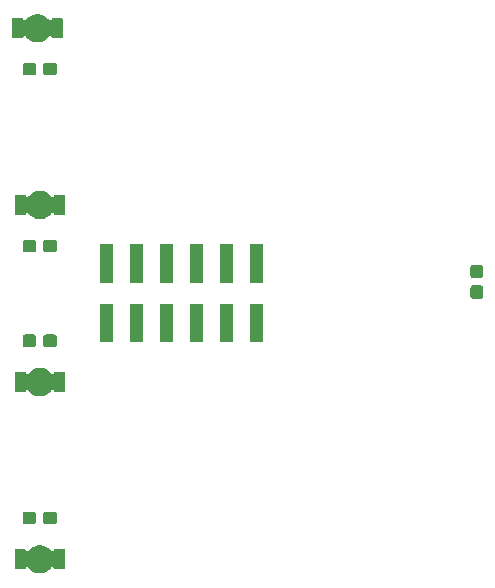
<source format=gbr>
G04 #@! TF.GenerationSoftware,KiCad,Pcbnew,(5.1.4)-1*
G04 #@! TF.CreationDate,2020-04-17T22:20:22+02:00*
G04 #@! TF.ProjectId,Frontplatte,46726f6e-7470-46c6-9174-74652e6b6963,rev?*
G04 #@! TF.SameCoordinates,Original*
G04 #@! TF.FileFunction,Soldermask,Top*
G04 #@! TF.FilePolarity,Negative*
%FSLAX46Y46*%
G04 Gerber Fmt 4.6, Leading zero omitted, Abs format (unit mm)*
G04 Created by KiCad (PCBNEW (5.1.4)-1) date 2020-04-17 22:20:22*
%MOMM*%
%LPD*%
G04 APERTURE LIST*
%ADD10C,0.100000*%
G04 APERTURE END LIST*
D10*
G36*
X127350318Y-96345153D02*
G01*
X127568885Y-96435687D01*
X127568887Y-96435688D01*
X127765593Y-96567122D01*
X127932878Y-96734407D01*
X127939921Y-96744948D01*
X127970894Y-96791302D01*
X127986440Y-96810244D01*
X128005382Y-96825789D01*
X128026993Y-96837340D01*
X128050442Y-96844453D01*
X128074828Y-96846855D01*
X128099214Y-96844453D01*
X128122663Y-96837340D01*
X128144273Y-96825789D01*
X128163215Y-96810243D01*
X128178760Y-96791301D01*
X128190311Y-96769690D01*
X128197424Y-96746241D01*
X128198881Y-96731454D01*
X128199075Y-96730518D01*
X128199076Y-96729472D01*
X128199826Y-96721855D01*
X128199086Y-96714019D01*
X128199092Y-96705156D01*
X128199018Y-96705163D01*
X128198966Y-96704594D01*
X128198976Y-96703161D01*
X128198934Y-96702958D01*
X128198953Y-96702764D01*
X128198810Y-96701422D01*
X128198806Y-96700871D01*
X128198918Y-96700870D01*
X128198827Y-96699883D01*
X128198798Y-96699883D01*
X128198796Y-96699545D01*
X128198712Y-96698641D01*
X128198881Y-96695145D01*
X128199266Y-96693199D01*
X128199179Y-96693190D01*
X128199238Y-96692629D01*
X128199519Y-96691259D01*
X128199518Y-96691094D01*
X128199568Y-96690928D01*
X128199693Y-96689543D01*
X128199797Y-96688995D01*
X128199892Y-96689013D01*
X128199997Y-96688016D01*
X128199983Y-96688013D01*
X128200014Y-96687852D01*
X128200116Y-96686873D01*
X128200975Y-96683419D01*
X128201348Y-96682513D01*
X128201365Y-96682459D01*
X128201370Y-96682461D01*
X128201763Y-96681505D01*
X128201669Y-96681476D01*
X128201834Y-96680944D01*
X128202373Y-96679665D01*
X128202393Y-96679558D01*
X128202456Y-96679439D01*
X128202867Y-96678039D01*
X128203078Y-96677515D01*
X128203159Y-96677548D01*
X128203450Y-96676607D01*
X128203446Y-96676605D01*
X128203465Y-96676558D01*
X128203755Y-96675621D01*
X128205382Y-96672163D01*
X128205902Y-96671381D01*
X128205912Y-96671363D01*
X128205914Y-96671364D01*
X128206457Y-96670548D01*
X128206376Y-96670504D01*
X128206639Y-96670018D01*
X128207436Y-96668838D01*
X128207500Y-96668678D01*
X128207607Y-96668546D01*
X128208248Y-96667319D01*
X128208560Y-96666842D01*
X128208639Y-96666894D01*
X128209102Y-96666036D01*
X128209092Y-96666029D01*
X128209173Y-96665905D01*
X128209652Y-96665019D01*
X128211773Y-96662141D01*
X128213195Y-96660711D01*
X128213124Y-96660653D01*
X128213480Y-96660223D01*
X128214456Y-96659254D01*
X128214549Y-96659111D01*
X128214689Y-96658995D01*
X128215560Y-96657911D01*
X128215954Y-96657508D01*
X128216028Y-96657580D01*
X128216686Y-96656785D01*
X128216674Y-96656773D01*
X128216810Y-96656634D01*
X128217464Y-96655843D01*
X128219902Y-96653617D01*
X128220707Y-96653075D01*
X128220858Y-96652951D01*
X128220869Y-96652965D01*
X128221722Y-96652390D01*
X128221651Y-96652304D01*
X128222084Y-96651951D01*
X128223192Y-96651215D01*
X128223354Y-96651049D01*
X128223572Y-96650931D01*
X128224598Y-96650070D01*
X128225062Y-96649752D01*
X128225126Y-96649845D01*
X128225915Y-96649200D01*
X128225900Y-96649177D01*
X128226163Y-96648997D01*
X128226919Y-96648379D01*
X128229809Y-96646627D01*
X128231722Y-96645822D01*
X128231681Y-96645745D01*
X128232173Y-96645484D01*
X128233423Y-96644970D01*
X128233482Y-96644937D01*
X128233524Y-96644908D01*
X128233633Y-96644874D01*
X128234915Y-96644169D01*
X128235433Y-96643946D01*
X128235461Y-96644012D01*
X128237121Y-96643130D01*
X128240875Y-96641763D01*
X128241737Y-96641586D01*
X128241801Y-96641567D01*
X128241803Y-96641573D01*
X128242722Y-96641384D01*
X128242696Y-96641297D01*
X128243232Y-96641135D01*
X128244632Y-96640857D01*
X128244793Y-96640788D01*
X128244971Y-96640769D01*
X128246309Y-96640344D01*
X128246859Y-96640227D01*
X128246882Y-96640333D01*
X128247836Y-96640044D01*
X128247831Y-96640020D01*
X128248115Y-96639960D01*
X128249017Y-96639687D01*
X128252424Y-96639160D01*
X128253405Y-96639154D01*
X128253473Y-96639147D01*
X128253474Y-96639153D01*
X128254456Y-96639147D01*
X128254447Y-96639052D01*
X128255009Y-96638997D01*
X128256758Y-96638911D01*
X128259541Y-96638319D01*
X128260896Y-96638253D01*
X128262201Y-96638148D01*
X128262934Y-96638148D01*
X128262978Y-96638151D01*
X128263040Y-96638148D01*
X129056606Y-96638148D01*
X129064675Y-96638603D01*
X129066251Y-96638847D01*
X129067838Y-96639340D01*
X129069446Y-96639681D01*
X129070120Y-96639748D01*
X129070125Y-96639749D01*
X129070110Y-96639822D01*
X129072975Y-96640430D01*
X129077576Y-96641371D01*
X129078167Y-96641559D01*
X129079028Y-96641825D01*
X129084294Y-96644082D01*
X129088601Y-96645887D01*
X129089135Y-96646180D01*
X129089372Y-96646308D01*
X129090376Y-96646729D01*
X129092533Y-96648221D01*
X129094334Y-96649444D01*
X129098448Y-96652186D01*
X129099489Y-96653242D01*
X129099760Y-96653466D01*
X129099808Y-96653514D01*
X129099818Y-96653523D01*
X129107088Y-96660896D01*
X129107320Y-96661184D01*
X129107984Y-96661858D01*
X129110093Y-96665089D01*
X129110747Y-96666081D01*
X129114366Y-96671513D01*
X129115413Y-96674125D01*
X129116099Y-96675802D01*
X129118423Y-96681366D01*
X129118628Y-96682440D01*
X129118631Y-96682452D01*
X129118870Y-96683245D01*
X129119972Y-96689034D01*
X129120860Y-96693486D01*
X129120932Y-96694283D01*
X129120949Y-96694453D01*
X129121588Y-96697660D01*
X129121852Y-96703055D01*
X129121852Y-98297587D01*
X129121499Y-98303513D01*
X129120843Y-98306604D01*
X129120763Y-98307365D01*
X129119488Y-98313372D01*
X129118622Y-98317597D01*
X129118442Y-98318165D01*
X129118180Y-98319011D01*
X129115966Y-98324180D01*
X129114113Y-98328601D01*
X129113820Y-98329135D01*
X129113692Y-98329371D01*
X129113271Y-98330376D01*
X129111779Y-98332533D01*
X129110556Y-98334334D01*
X129107817Y-98338444D01*
X129106763Y-98339483D01*
X129106534Y-98339760D01*
X129106486Y-98339808D01*
X129106477Y-98339818D01*
X129099102Y-98347089D01*
X129098809Y-98347324D01*
X129098139Y-98347985D01*
X129094816Y-98350154D01*
X129093814Y-98350815D01*
X129088482Y-98354368D01*
X129085875Y-98355413D01*
X129084198Y-98356099D01*
X129078634Y-98358423D01*
X129077560Y-98358628D01*
X129077548Y-98358631D01*
X129076755Y-98358870D01*
X129070966Y-98359972D01*
X129066514Y-98360860D01*
X129065717Y-98360932D01*
X129065547Y-98360949D01*
X129062340Y-98361588D01*
X129056945Y-98361852D01*
X128277776Y-98361852D01*
X128274634Y-98362148D01*
X128252846Y-98361985D01*
X128241125Y-98359573D01*
X128230131Y-98354947D01*
X128220162Y-98348216D01*
X128211807Y-98339796D01*
X128211245Y-98338950D01*
X128211239Y-98338942D01*
X128205683Y-98330569D01*
X128205683Y-98330568D01*
X128205115Y-98329713D01*
X128200594Y-98318722D01*
X128198281Y-98307016D01*
X128198292Y-98285811D01*
X128198916Y-98279437D01*
X128196501Y-98255052D01*
X128189375Y-98231607D01*
X128177812Y-98210002D01*
X128162256Y-98191069D01*
X128143306Y-98175534D01*
X128121689Y-98163995D01*
X128098236Y-98156894D01*
X128073849Y-98154506D01*
X128049464Y-98156921D01*
X128026019Y-98164047D01*
X128004414Y-98175610D01*
X127985481Y-98191166D01*
X127969986Y-98210056D01*
X127932878Y-98265593D01*
X127765593Y-98432878D01*
X127568887Y-98564312D01*
X127568886Y-98564313D01*
X127568885Y-98564313D01*
X127350318Y-98654847D01*
X127118290Y-98701000D01*
X126881710Y-98701000D01*
X126649682Y-98654847D01*
X126431115Y-98564313D01*
X126431114Y-98564313D01*
X126431113Y-98564312D01*
X126234407Y-98432878D01*
X126067122Y-98265593D01*
X126036169Y-98219268D01*
X126029106Y-98208698D01*
X126013560Y-98189756D01*
X125994618Y-98174211D01*
X125973007Y-98162660D01*
X125949558Y-98155547D01*
X125925172Y-98153145D01*
X125900786Y-98155547D01*
X125877337Y-98162660D01*
X125855727Y-98174211D01*
X125836785Y-98189757D01*
X125821240Y-98208699D01*
X125809689Y-98230310D01*
X125802576Y-98253759D01*
X125801119Y-98268546D01*
X125800925Y-98269482D01*
X125800924Y-98270528D01*
X125800174Y-98278145D01*
X125800914Y-98285981D01*
X125800908Y-98294844D01*
X125800982Y-98294837D01*
X125801034Y-98295406D01*
X125801024Y-98296839D01*
X125801066Y-98297042D01*
X125801047Y-98297236D01*
X125801190Y-98298578D01*
X125801194Y-98299129D01*
X125801082Y-98299130D01*
X125801173Y-98300117D01*
X125801202Y-98300117D01*
X125801204Y-98300455D01*
X125801288Y-98301359D01*
X125801119Y-98304855D01*
X125800734Y-98306801D01*
X125800821Y-98306810D01*
X125800762Y-98307371D01*
X125800481Y-98308741D01*
X125800482Y-98308906D01*
X125800432Y-98309072D01*
X125800307Y-98310457D01*
X125800203Y-98311005D01*
X125800108Y-98310987D01*
X125800003Y-98311984D01*
X125800017Y-98311987D01*
X125799986Y-98312148D01*
X125799884Y-98313127D01*
X125799025Y-98316581D01*
X125798653Y-98317483D01*
X125798635Y-98317541D01*
X125798630Y-98317539D01*
X125798237Y-98318495D01*
X125798331Y-98318524D01*
X125798166Y-98319056D01*
X125797627Y-98320335D01*
X125797607Y-98320442D01*
X125797544Y-98320561D01*
X125797133Y-98321961D01*
X125796922Y-98322485D01*
X125796841Y-98322452D01*
X125796550Y-98323393D01*
X125796554Y-98323395D01*
X125796535Y-98323442D01*
X125796245Y-98324379D01*
X125794618Y-98327837D01*
X125794098Y-98328619D01*
X125794088Y-98328637D01*
X125794086Y-98328636D01*
X125793543Y-98329452D01*
X125793624Y-98329496D01*
X125793361Y-98329982D01*
X125792564Y-98331162D01*
X125792500Y-98331322D01*
X125792393Y-98331454D01*
X125791752Y-98332681D01*
X125791440Y-98333158D01*
X125791361Y-98333106D01*
X125790898Y-98333964D01*
X125790908Y-98333971D01*
X125790827Y-98334095D01*
X125790348Y-98334981D01*
X125788227Y-98337859D01*
X125786805Y-98339289D01*
X125786876Y-98339347D01*
X125786520Y-98339777D01*
X125785544Y-98340746D01*
X125785451Y-98340889D01*
X125785311Y-98341005D01*
X125784440Y-98342089D01*
X125784046Y-98342492D01*
X125783972Y-98342420D01*
X125783314Y-98343215D01*
X125783326Y-98343227D01*
X125783190Y-98343366D01*
X125782536Y-98344157D01*
X125780098Y-98346383D01*
X125779293Y-98346925D01*
X125779142Y-98347049D01*
X125779131Y-98347035D01*
X125778278Y-98347610D01*
X125778349Y-98347696D01*
X125777916Y-98348049D01*
X125776808Y-98348785D01*
X125776646Y-98348951D01*
X125776428Y-98349069D01*
X125775402Y-98349930D01*
X125774938Y-98350248D01*
X125774874Y-98350155D01*
X125774085Y-98350800D01*
X125774100Y-98350823D01*
X125773837Y-98351003D01*
X125773081Y-98351621D01*
X125770191Y-98353373D01*
X125768278Y-98354178D01*
X125768319Y-98354255D01*
X125767827Y-98354516D01*
X125766577Y-98355030D01*
X125766518Y-98355063D01*
X125766476Y-98355092D01*
X125766367Y-98355126D01*
X125765085Y-98355831D01*
X125764567Y-98356054D01*
X125764539Y-98355988D01*
X125762879Y-98356870D01*
X125759125Y-98358237D01*
X125758263Y-98358414D01*
X125758199Y-98358433D01*
X125758197Y-98358427D01*
X125757278Y-98358616D01*
X125757304Y-98358703D01*
X125756768Y-98358865D01*
X125755368Y-98359143D01*
X125755207Y-98359212D01*
X125755029Y-98359231D01*
X125753691Y-98359656D01*
X125753141Y-98359773D01*
X125753118Y-98359667D01*
X125752164Y-98359956D01*
X125752169Y-98359980D01*
X125751885Y-98360040D01*
X125750983Y-98360313D01*
X125747576Y-98360840D01*
X125746595Y-98360846D01*
X125746527Y-98360853D01*
X125746526Y-98360847D01*
X125745544Y-98360853D01*
X125745553Y-98360948D01*
X125744991Y-98361003D01*
X125743242Y-98361089D01*
X125740459Y-98361681D01*
X125739104Y-98361747D01*
X125737799Y-98361852D01*
X125737066Y-98361852D01*
X125737022Y-98361849D01*
X125736960Y-98361852D01*
X124943394Y-98361852D01*
X124935325Y-98361397D01*
X124933749Y-98361153D01*
X124932162Y-98360660D01*
X124930554Y-98360319D01*
X124929880Y-98360252D01*
X124929875Y-98360251D01*
X124929890Y-98360178D01*
X124927025Y-98359570D01*
X124922424Y-98358629D01*
X124921806Y-98358433D01*
X124920972Y-98358175D01*
X124915706Y-98355918D01*
X124911399Y-98354113D01*
X124910865Y-98353820D01*
X124910628Y-98353692D01*
X124909624Y-98353271D01*
X124907467Y-98351779D01*
X124905666Y-98350556D01*
X124901552Y-98347814D01*
X124900511Y-98346758D01*
X124900240Y-98346534D01*
X124900192Y-98346486D01*
X124900182Y-98346477D01*
X124892912Y-98339104D01*
X124892680Y-98338816D01*
X124892016Y-98338142D01*
X124889907Y-98334911D01*
X124889253Y-98333919D01*
X124885634Y-98328487D01*
X124884587Y-98325875D01*
X124883901Y-98324198D01*
X124881577Y-98318634D01*
X124881372Y-98317559D01*
X124881367Y-98317541D01*
X124881130Y-98316755D01*
X124880028Y-98310966D01*
X124879140Y-98306514D01*
X124879068Y-98305717D01*
X124879051Y-98305547D01*
X124878412Y-98302340D01*
X124878148Y-98296945D01*
X124878148Y-96702413D01*
X124878501Y-96696487D01*
X124879157Y-96693396D01*
X124879237Y-96692635D01*
X124880512Y-96686628D01*
X124881378Y-96682403D01*
X124881558Y-96681835D01*
X124881820Y-96680989D01*
X124884034Y-96675820D01*
X124885887Y-96671399D01*
X124886180Y-96670865D01*
X124886308Y-96670629D01*
X124886729Y-96669624D01*
X124888221Y-96667467D01*
X124889444Y-96665666D01*
X124892183Y-96661556D01*
X124893237Y-96660517D01*
X124893466Y-96660240D01*
X124893514Y-96660192D01*
X124893523Y-96660182D01*
X124900898Y-96652911D01*
X124901191Y-96652676D01*
X124901861Y-96652015D01*
X124905184Y-96649846D01*
X124906186Y-96649185D01*
X124911518Y-96645632D01*
X124914125Y-96644587D01*
X124915802Y-96643901D01*
X124921366Y-96641577D01*
X124922440Y-96641372D01*
X124922452Y-96641369D01*
X124923245Y-96641130D01*
X124929034Y-96640028D01*
X124933486Y-96639140D01*
X124934283Y-96639068D01*
X124934453Y-96639051D01*
X124937660Y-96638412D01*
X124943055Y-96638148D01*
X125722224Y-96638148D01*
X125725366Y-96637852D01*
X125747154Y-96638015D01*
X125758875Y-96640427D01*
X125769869Y-96645053D01*
X125779838Y-96651784D01*
X125788193Y-96660204D01*
X125788755Y-96661050D01*
X125788761Y-96661058D01*
X125793666Y-96668450D01*
X125794885Y-96670287D01*
X125799406Y-96681278D01*
X125801719Y-96692984D01*
X125801708Y-96714189D01*
X125801084Y-96720563D01*
X125803499Y-96744948D01*
X125810625Y-96768393D01*
X125822188Y-96789998D01*
X125837744Y-96808931D01*
X125856694Y-96824466D01*
X125878311Y-96836005D01*
X125901764Y-96843106D01*
X125926151Y-96845494D01*
X125950536Y-96843079D01*
X125973981Y-96835953D01*
X125995586Y-96824390D01*
X126014519Y-96808834D01*
X126030016Y-96789941D01*
X126036169Y-96780732D01*
X126067122Y-96734407D01*
X126234407Y-96567122D01*
X126431113Y-96435688D01*
X126431115Y-96435687D01*
X126649682Y-96345153D01*
X126881710Y-96299000D01*
X127118290Y-96299000D01*
X127350318Y-96345153D01*
X127350318Y-96345153D01*
G37*
G36*
X128289499Y-93478445D02*
G01*
X128326995Y-93489820D01*
X128361554Y-93508292D01*
X128391847Y-93533153D01*
X128416708Y-93563446D01*
X128435180Y-93598005D01*
X128446555Y-93635501D01*
X128451000Y-93680638D01*
X128451000Y-94319362D01*
X128446555Y-94364499D01*
X128435180Y-94401995D01*
X128416708Y-94436554D01*
X128391847Y-94466847D01*
X128361554Y-94491708D01*
X128326995Y-94510180D01*
X128289499Y-94521555D01*
X128244362Y-94526000D01*
X127505638Y-94526000D01*
X127460501Y-94521555D01*
X127423005Y-94510180D01*
X127388446Y-94491708D01*
X127358153Y-94466847D01*
X127333292Y-94436554D01*
X127314820Y-94401995D01*
X127303445Y-94364499D01*
X127299000Y-94319362D01*
X127299000Y-93680638D01*
X127303445Y-93635501D01*
X127314820Y-93598005D01*
X127333292Y-93563446D01*
X127358153Y-93533153D01*
X127388446Y-93508292D01*
X127423005Y-93489820D01*
X127460501Y-93478445D01*
X127505638Y-93474000D01*
X128244362Y-93474000D01*
X128289499Y-93478445D01*
X128289499Y-93478445D01*
G37*
G36*
X126539499Y-93478445D02*
G01*
X126576995Y-93489820D01*
X126611554Y-93508292D01*
X126641847Y-93533153D01*
X126666708Y-93563446D01*
X126685180Y-93598005D01*
X126696555Y-93635501D01*
X126701000Y-93680638D01*
X126701000Y-94319362D01*
X126696555Y-94364499D01*
X126685180Y-94401995D01*
X126666708Y-94436554D01*
X126641847Y-94466847D01*
X126611554Y-94491708D01*
X126576995Y-94510180D01*
X126539499Y-94521555D01*
X126494362Y-94526000D01*
X125755638Y-94526000D01*
X125710501Y-94521555D01*
X125673005Y-94510180D01*
X125638446Y-94491708D01*
X125608153Y-94466847D01*
X125583292Y-94436554D01*
X125564820Y-94401995D01*
X125553445Y-94364499D01*
X125549000Y-94319362D01*
X125549000Y-93680638D01*
X125553445Y-93635501D01*
X125564820Y-93598005D01*
X125583292Y-93563446D01*
X125608153Y-93533153D01*
X125638446Y-93508292D01*
X125673005Y-93489820D01*
X125710501Y-93478445D01*
X125755638Y-93474000D01*
X126494362Y-93474000D01*
X126539499Y-93478445D01*
X126539499Y-93478445D01*
G37*
G36*
X127350318Y-81345153D02*
G01*
X127568885Y-81435687D01*
X127568887Y-81435688D01*
X127765593Y-81567122D01*
X127932878Y-81734407D01*
X127939921Y-81744948D01*
X127970894Y-81791302D01*
X127986440Y-81810244D01*
X128005382Y-81825789D01*
X128026993Y-81837340D01*
X128050442Y-81844453D01*
X128074828Y-81846855D01*
X128099214Y-81844453D01*
X128122663Y-81837340D01*
X128144273Y-81825789D01*
X128163215Y-81810243D01*
X128178760Y-81791301D01*
X128190311Y-81769690D01*
X128197424Y-81746241D01*
X128198881Y-81731454D01*
X128199075Y-81730518D01*
X128199076Y-81729472D01*
X128199826Y-81721855D01*
X128199086Y-81714019D01*
X128199092Y-81705156D01*
X128199018Y-81705163D01*
X128198966Y-81704594D01*
X128198976Y-81703161D01*
X128198934Y-81702958D01*
X128198953Y-81702764D01*
X128198810Y-81701422D01*
X128198806Y-81700871D01*
X128198918Y-81700870D01*
X128198827Y-81699883D01*
X128198798Y-81699883D01*
X128198796Y-81699545D01*
X128198712Y-81698641D01*
X128198881Y-81695145D01*
X128199266Y-81693199D01*
X128199179Y-81693190D01*
X128199238Y-81692629D01*
X128199519Y-81691259D01*
X128199518Y-81691094D01*
X128199568Y-81690928D01*
X128199693Y-81689543D01*
X128199797Y-81688995D01*
X128199892Y-81689013D01*
X128199997Y-81688016D01*
X128199983Y-81688013D01*
X128200014Y-81687852D01*
X128200116Y-81686873D01*
X128200975Y-81683419D01*
X128201348Y-81682513D01*
X128201365Y-81682459D01*
X128201370Y-81682461D01*
X128201763Y-81681505D01*
X128201669Y-81681476D01*
X128201834Y-81680944D01*
X128202373Y-81679665D01*
X128202393Y-81679558D01*
X128202456Y-81679439D01*
X128202867Y-81678039D01*
X128203078Y-81677515D01*
X128203159Y-81677548D01*
X128203450Y-81676607D01*
X128203446Y-81676605D01*
X128203465Y-81676558D01*
X128203755Y-81675621D01*
X128205382Y-81672163D01*
X128205902Y-81671381D01*
X128205912Y-81671363D01*
X128205914Y-81671364D01*
X128206457Y-81670548D01*
X128206376Y-81670504D01*
X128206639Y-81670018D01*
X128207436Y-81668838D01*
X128207500Y-81668678D01*
X128207607Y-81668546D01*
X128208248Y-81667319D01*
X128208560Y-81666842D01*
X128208639Y-81666894D01*
X128209102Y-81666036D01*
X128209092Y-81666029D01*
X128209173Y-81665905D01*
X128209652Y-81665019D01*
X128211773Y-81662141D01*
X128213195Y-81660711D01*
X128213124Y-81660653D01*
X128213480Y-81660223D01*
X128214456Y-81659254D01*
X128214549Y-81659111D01*
X128214689Y-81658995D01*
X128215560Y-81657911D01*
X128215954Y-81657508D01*
X128216028Y-81657580D01*
X128216686Y-81656785D01*
X128216674Y-81656773D01*
X128216810Y-81656634D01*
X128217464Y-81655843D01*
X128219902Y-81653617D01*
X128220707Y-81653075D01*
X128220858Y-81652951D01*
X128220869Y-81652965D01*
X128221722Y-81652390D01*
X128221651Y-81652304D01*
X128222084Y-81651951D01*
X128223192Y-81651215D01*
X128223354Y-81651049D01*
X128223572Y-81650931D01*
X128224598Y-81650070D01*
X128225062Y-81649752D01*
X128225126Y-81649845D01*
X128225915Y-81649200D01*
X128225900Y-81649177D01*
X128226163Y-81648997D01*
X128226919Y-81648379D01*
X128229809Y-81646627D01*
X128231722Y-81645822D01*
X128231681Y-81645745D01*
X128232173Y-81645484D01*
X128233423Y-81644970D01*
X128233482Y-81644937D01*
X128233524Y-81644908D01*
X128233633Y-81644874D01*
X128234915Y-81644169D01*
X128235433Y-81643946D01*
X128235461Y-81644012D01*
X128237121Y-81643130D01*
X128240875Y-81641763D01*
X128241737Y-81641586D01*
X128241801Y-81641567D01*
X128241803Y-81641573D01*
X128242722Y-81641384D01*
X128242696Y-81641297D01*
X128243232Y-81641135D01*
X128244632Y-81640857D01*
X128244793Y-81640788D01*
X128244971Y-81640769D01*
X128246309Y-81640344D01*
X128246859Y-81640227D01*
X128246882Y-81640333D01*
X128247836Y-81640044D01*
X128247831Y-81640020D01*
X128248115Y-81639960D01*
X128249017Y-81639687D01*
X128252424Y-81639160D01*
X128253405Y-81639154D01*
X128253473Y-81639147D01*
X128253474Y-81639153D01*
X128254456Y-81639147D01*
X128254447Y-81639052D01*
X128255009Y-81638997D01*
X128256758Y-81638911D01*
X128259541Y-81638319D01*
X128260896Y-81638253D01*
X128262201Y-81638148D01*
X128262934Y-81638148D01*
X128262978Y-81638151D01*
X128263040Y-81638148D01*
X129056606Y-81638148D01*
X129064675Y-81638603D01*
X129066251Y-81638847D01*
X129067838Y-81639340D01*
X129069446Y-81639681D01*
X129070120Y-81639748D01*
X129070125Y-81639749D01*
X129070110Y-81639822D01*
X129072975Y-81640430D01*
X129077576Y-81641371D01*
X129078167Y-81641558D01*
X129079028Y-81641825D01*
X129084294Y-81644082D01*
X129088601Y-81645887D01*
X129089135Y-81646180D01*
X129089372Y-81646308D01*
X129090376Y-81646729D01*
X129092533Y-81648221D01*
X129094334Y-81649444D01*
X129098448Y-81652186D01*
X129099489Y-81653242D01*
X129099760Y-81653466D01*
X129099808Y-81653514D01*
X129099818Y-81653523D01*
X129107088Y-81660896D01*
X129107320Y-81661184D01*
X129107984Y-81661858D01*
X129110093Y-81665089D01*
X129110747Y-81666081D01*
X129114366Y-81671513D01*
X129115413Y-81674125D01*
X129116099Y-81675802D01*
X129118423Y-81681366D01*
X129118628Y-81682440D01*
X129118631Y-81682452D01*
X129118870Y-81683245D01*
X129119972Y-81689034D01*
X129120860Y-81693486D01*
X129120932Y-81694283D01*
X129120949Y-81694453D01*
X129121588Y-81697660D01*
X129121852Y-81703055D01*
X129121852Y-83297587D01*
X129121499Y-83303513D01*
X129120843Y-83306604D01*
X129120763Y-83307365D01*
X129119488Y-83313372D01*
X129118622Y-83317597D01*
X129118442Y-83318165D01*
X129118180Y-83319011D01*
X129115966Y-83324180D01*
X129114113Y-83328601D01*
X129113820Y-83329135D01*
X129113692Y-83329371D01*
X129113271Y-83330376D01*
X129111779Y-83332533D01*
X129110556Y-83334334D01*
X129107817Y-83338444D01*
X129106763Y-83339483D01*
X129106534Y-83339760D01*
X129106486Y-83339808D01*
X129106477Y-83339818D01*
X129099102Y-83347089D01*
X129098809Y-83347324D01*
X129098139Y-83347985D01*
X129094816Y-83350154D01*
X129093814Y-83350815D01*
X129088482Y-83354368D01*
X129085875Y-83355413D01*
X129084198Y-83356099D01*
X129078634Y-83358423D01*
X129077560Y-83358628D01*
X129077548Y-83358631D01*
X129076755Y-83358870D01*
X129070966Y-83359972D01*
X129066514Y-83360860D01*
X129065717Y-83360932D01*
X129065547Y-83360949D01*
X129062340Y-83361588D01*
X129056945Y-83361852D01*
X128277776Y-83361852D01*
X128274634Y-83362148D01*
X128252846Y-83361985D01*
X128241125Y-83359573D01*
X128230131Y-83354947D01*
X128220162Y-83348216D01*
X128211807Y-83339796D01*
X128211245Y-83338950D01*
X128211239Y-83338942D01*
X128205683Y-83330569D01*
X128205683Y-83330568D01*
X128205115Y-83329713D01*
X128200594Y-83318722D01*
X128198281Y-83307016D01*
X128198292Y-83285811D01*
X128198916Y-83279437D01*
X128196501Y-83255052D01*
X128189375Y-83231607D01*
X128177812Y-83210002D01*
X128162256Y-83191069D01*
X128143306Y-83175534D01*
X128121689Y-83163995D01*
X128098236Y-83156894D01*
X128073849Y-83154506D01*
X128049464Y-83156921D01*
X128026019Y-83164047D01*
X128004414Y-83175610D01*
X127985481Y-83191166D01*
X127969986Y-83210056D01*
X127932878Y-83265593D01*
X127765593Y-83432878D01*
X127568887Y-83564312D01*
X127568886Y-83564313D01*
X127568885Y-83564313D01*
X127350318Y-83654847D01*
X127118290Y-83701000D01*
X126881710Y-83701000D01*
X126649682Y-83654847D01*
X126431115Y-83564313D01*
X126431114Y-83564313D01*
X126431113Y-83564312D01*
X126234407Y-83432878D01*
X126067122Y-83265593D01*
X126036169Y-83219268D01*
X126029106Y-83208698D01*
X126013560Y-83189756D01*
X125994618Y-83174211D01*
X125973007Y-83162660D01*
X125949558Y-83155547D01*
X125925172Y-83153145D01*
X125900786Y-83155547D01*
X125877337Y-83162660D01*
X125855727Y-83174211D01*
X125836785Y-83189757D01*
X125821240Y-83208699D01*
X125809689Y-83230310D01*
X125802576Y-83253759D01*
X125801119Y-83268546D01*
X125800925Y-83269482D01*
X125800924Y-83270528D01*
X125800174Y-83278145D01*
X125800914Y-83285981D01*
X125800908Y-83294844D01*
X125800982Y-83294837D01*
X125801034Y-83295406D01*
X125801024Y-83296839D01*
X125801066Y-83297042D01*
X125801047Y-83297236D01*
X125801190Y-83298578D01*
X125801194Y-83299129D01*
X125801082Y-83299130D01*
X125801173Y-83300117D01*
X125801202Y-83300117D01*
X125801204Y-83300455D01*
X125801288Y-83301359D01*
X125801119Y-83304855D01*
X125800734Y-83306801D01*
X125800821Y-83306810D01*
X125800762Y-83307371D01*
X125800481Y-83308741D01*
X125800482Y-83308906D01*
X125800432Y-83309072D01*
X125800307Y-83310457D01*
X125800203Y-83311005D01*
X125800108Y-83310987D01*
X125800003Y-83311984D01*
X125800017Y-83311987D01*
X125799986Y-83312148D01*
X125799884Y-83313127D01*
X125799025Y-83316581D01*
X125798653Y-83317483D01*
X125798635Y-83317541D01*
X125798630Y-83317539D01*
X125798237Y-83318495D01*
X125798331Y-83318524D01*
X125798166Y-83319056D01*
X125797627Y-83320335D01*
X125797607Y-83320442D01*
X125797544Y-83320561D01*
X125797133Y-83321961D01*
X125796922Y-83322485D01*
X125796841Y-83322452D01*
X125796550Y-83323393D01*
X125796554Y-83323395D01*
X125796535Y-83323442D01*
X125796245Y-83324379D01*
X125794618Y-83327837D01*
X125794098Y-83328619D01*
X125794088Y-83328637D01*
X125794086Y-83328636D01*
X125793543Y-83329452D01*
X125793624Y-83329496D01*
X125793361Y-83329982D01*
X125792564Y-83331162D01*
X125792500Y-83331322D01*
X125792393Y-83331454D01*
X125791752Y-83332681D01*
X125791440Y-83333158D01*
X125791361Y-83333106D01*
X125790898Y-83333964D01*
X125790908Y-83333971D01*
X125790827Y-83334095D01*
X125790348Y-83334981D01*
X125788227Y-83337859D01*
X125786805Y-83339289D01*
X125786876Y-83339347D01*
X125786520Y-83339777D01*
X125785544Y-83340746D01*
X125785451Y-83340889D01*
X125785311Y-83341005D01*
X125784440Y-83342089D01*
X125784046Y-83342492D01*
X125783972Y-83342420D01*
X125783314Y-83343215D01*
X125783326Y-83343227D01*
X125783190Y-83343366D01*
X125782536Y-83344157D01*
X125780098Y-83346383D01*
X125779293Y-83346925D01*
X125779142Y-83347049D01*
X125779131Y-83347035D01*
X125778278Y-83347610D01*
X125778349Y-83347696D01*
X125777916Y-83348049D01*
X125776808Y-83348785D01*
X125776646Y-83348951D01*
X125776428Y-83349069D01*
X125775402Y-83349930D01*
X125774938Y-83350248D01*
X125774874Y-83350155D01*
X125774085Y-83350800D01*
X125774100Y-83350823D01*
X125773837Y-83351003D01*
X125773081Y-83351621D01*
X125770191Y-83353373D01*
X125768278Y-83354178D01*
X125768319Y-83354255D01*
X125767827Y-83354516D01*
X125766577Y-83355030D01*
X125766518Y-83355063D01*
X125766476Y-83355092D01*
X125766367Y-83355126D01*
X125765085Y-83355831D01*
X125764567Y-83356054D01*
X125764539Y-83355988D01*
X125762879Y-83356870D01*
X125759125Y-83358237D01*
X125758263Y-83358414D01*
X125758199Y-83358433D01*
X125758197Y-83358427D01*
X125757278Y-83358616D01*
X125757304Y-83358703D01*
X125756768Y-83358865D01*
X125755368Y-83359143D01*
X125755207Y-83359212D01*
X125755029Y-83359231D01*
X125753691Y-83359656D01*
X125753141Y-83359773D01*
X125753118Y-83359667D01*
X125752164Y-83359956D01*
X125752169Y-83359980D01*
X125751885Y-83360040D01*
X125750983Y-83360313D01*
X125747576Y-83360840D01*
X125746595Y-83360846D01*
X125746527Y-83360853D01*
X125746526Y-83360847D01*
X125745544Y-83360853D01*
X125745553Y-83360948D01*
X125744991Y-83361003D01*
X125743242Y-83361089D01*
X125740459Y-83361681D01*
X125739104Y-83361747D01*
X125737799Y-83361852D01*
X125737066Y-83361852D01*
X125737022Y-83361849D01*
X125736960Y-83361852D01*
X124943394Y-83361852D01*
X124935325Y-83361397D01*
X124933749Y-83361153D01*
X124932162Y-83360660D01*
X124930554Y-83360319D01*
X124929880Y-83360252D01*
X124929875Y-83360251D01*
X124929890Y-83360178D01*
X124927025Y-83359570D01*
X124922424Y-83358629D01*
X124921806Y-83358433D01*
X124920972Y-83358175D01*
X124915706Y-83355918D01*
X124911399Y-83354113D01*
X124910865Y-83353820D01*
X124910628Y-83353692D01*
X124909624Y-83353271D01*
X124907467Y-83351779D01*
X124905666Y-83350556D01*
X124901552Y-83347814D01*
X124900511Y-83346758D01*
X124900240Y-83346534D01*
X124900192Y-83346486D01*
X124900182Y-83346477D01*
X124892912Y-83339104D01*
X124892680Y-83338816D01*
X124892016Y-83338142D01*
X124889907Y-83334911D01*
X124889253Y-83333919D01*
X124885634Y-83328487D01*
X124884587Y-83325875D01*
X124883901Y-83324198D01*
X124881577Y-83318634D01*
X124881372Y-83317559D01*
X124881367Y-83317541D01*
X124881130Y-83316755D01*
X124880028Y-83310966D01*
X124879140Y-83306514D01*
X124879068Y-83305717D01*
X124879051Y-83305547D01*
X124878412Y-83302340D01*
X124878148Y-83296945D01*
X124878148Y-81702413D01*
X124878501Y-81696487D01*
X124879157Y-81693396D01*
X124879237Y-81692635D01*
X124880512Y-81686628D01*
X124881378Y-81682403D01*
X124881558Y-81681835D01*
X124881820Y-81680989D01*
X124884034Y-81675820D01*
X124885887Y-81671399D01*
X124886180Y-81670865D01*
X124886308Y-81670629D01*
X124886729Y-81669624D01*
X124888221Y-81667467D01*
X124889444Y-81665666D01*
X124892183Y-81661556D01*
X124893237Y-81660517D01*
X124893466Y-81660240D01*
X124893514Y-81660192D01*
X124893523Y-81660182D01*
X124900898Y-81652911D01*
X124901191Y-81652676D01*
X124901861Y-81652015D01*
X124905184Y-81649846D01*
X124906186Y-81649185D01*
X124911518Y-81645632D01*
X124914125Y-81644587D01*
X124915802Y-81643901D01*
X124921366Y-81641577D01*
X124922440Y-81641372D01*
X124922452Y-81641369D01*
X124923245Y-81641130D01*
X124929034Y-81640028D01*
X124933486Y-81639140D01*
X124934283Y-81639068D01*
X124934453Y-81639051D01*
X124937660Y-81638412D01*
X124943055Y-81638148D01*
X125722224Y-81638148D01*
X125725366Y-81637852D01*
X125747154Y-81638015D01*
X125758875Y-81640427D01*
X125769869Y-81645053D01*
X125779838Y-81651784D01*
X125788193Y-81660204D01*
X125788755Y-81661050D01*
X125788761Y-81661058D01*
X125793666Y-81668450D01*
X125794885Y-81670287D01*
X125799406Y-81681278D01*
X125801719Y-81692984D01*
X125801708Y-81714189D01*
X125801084Y-81720563D01*
X125803499Y-81744948D01*
X125810625Y-81768393D01*
X125822188Y-81789998D01*
X125837744Y-81808931D01*
X125856694Y-81824466D01*
X125878311Y-81836005D01*
X125901764Y-81843106D01*
X125926151Y-81845494D01*
X125950536Y-81843079D01*
X125973981Y-81835953D01*
X125995586Y-81824390D01*
X126014519Y-81808834D01*
X126030016Y-81789941D01*
X126036169Y-81780732D01*
X126067122Y-81734407D01*
X126234407Y-81567122D01*
X126431113Y-81435688D01*
X126431115Y-81435687D01*
X126649682Y-81345153D01*
X126881710Y-81299000D01*
X127118290Y-81299000D01*
X127350318Y-81345153D01*
X127350318Y-81345153D01*
G37*
G36*
X126539499Y-78478445D02*
G01*
X126576995Y-78489820D01*
X126611554Y-78508292D01*
X126641847Y-78533153D01*
X126666708Y-78563446D01*
X126685180Y-78598005D01*
X126696555Y-78635501D01*
X126701000Y-78680638D01*
X126701000Y-79319362D01*
X126696555Y-79364499D01*
X126685180Y-79401995D01*
X126666708Y-79436554D01*
X126641847Y-79466847D01*
X126611554Y-79491708D01*
X126576995Y-79510180D01*
X126539499Y-79521555D01*
X126494362Y-79526000D01*
X125755638Y-79526000D01*
X125710501Y-79521555D01*
X125673005Y-79510180D01*
X125638446Y-79491708D01*
X125608153Y-79466847D01*
X125583292Y-79436554D01*
X125564820Y-79401995D01*
X125553445Y-79364499D01*
X125549000Y-79319362D01*
X125549000Y-78680638D01*
X125553445Y-78635501D01*
X125564820Y-78598005D01*
X125583292Y-78563446D01*
X125608153Y-78533153D01*
X125638446Y-78508292D01*
X125673005Y-78489820D01*
X125710501Y-78478445D01*
X125755638Y-78474000D01*
X126494362Y-78474000D01*
X126539499Y-78478445D01*
X126539499Y-78478445D01*
G37*
G36*
X128289499Y-78478445D02*
G01*
X128326995Y-78489820D01*
X128361554Y-78508292D01*
X128391847Y-78533153D01*
X128416708Y-78563446D01*
X128435180Y-78598005D01*
X128446555Y-78635501D01*
X128451000Y-78680638D01*
X128451000Y-79319362D01*
X128446555Y-79364499D01*
X128435180Y-79401995D01*
X128416708Y-79436554D01*
X128391847Y-79466847D01*
X128361554Y-79491708D01*
X128326995Y-79510180D01*
X128289499Y-79521555D01*
X128244362Y-79526000D01*
X127505638Y-79526000D01*
X127460501Y-79521555D01*
X127423005Y-79510180D01*
X127388446Y-79491708D01*
X127358153Y-79466847D01*
X127333292Y-79436554D01*
X127314820Y-79401995D01*
X127303445Y-79364499D01*
X127299000Y-79319362D01*
X127299000Y-78680638D01*
X127303445Y-78635501D01*
X127314820Y-78598005D01*
X127333292Y-78563446D01*
X127358153Y-78533153D01*
X127388446Y-78508292D01*
X127423005Y-78489820D01*
X127460501Y-78478445D01*
X127505638Y-78474000D01*
X128244362Y-78474000D01*
X128289499Y-78478445D01*
X128289499Y-78478445D01*
G37*
G36*
X135741000Y-79151000D02*
G01*
X134639000Y-79151000D01*
X134639000Y-75899000D01*
X135741000Y-75899000D01*
X135741000Y-79151000D01*
X135741000Y-79151000D01*
G37*
G36*
X133201000Y-79151000D02*
G01*
X132099000Y-79151000D01*
X132099000Y-75899000D01*
X133201000Y-75899000D01*
X133201000Y-79151000D01*
X133201000Y-79151000D01*
G37*
G36*
X138281000Y-79151000D02*
G01*
X137179000Y-79151000D01*
X137179000Y-75899000D01*
X138281000Y-75899000D01*
X138281000Y-79151000D01*
X138281000Y-79151000D01*
G37*
G36*
X140821000Y-79151000D02*
G01*
X139719000Y-79151000D01*
X139719000Y-75899000D01*
X140821000Y-75899000D01*
X140821000Y-79151000D01*
X140821000Y-79151000D01*
G37*
G36*
X143361000Y-79151000D02*
G01*
X142259000Y-79151000D01*
X142259000Y-75899000D01*
X143361000Y-75899000D01*
X143361000Y-79151000D01*
X143361000Y-79151000D01*
G37*
G36*
X145901000Y-79151000D02*
G01*
X144799000Y-79151000D01*
X144799000Y-75899000D01*
X145901000Y-75899000D01*
X145901000Y-79151000D01*
X145901000Y-79151000D01*
G37*
G36*
X164364499Y-74303445D02*
G01*
X164401995Y-74314820D01*
X164436554Y-74333292D01*
X164466847Y-74358153D01*
X164491708Y-74388446D01*
X164510180Y-74423005D01*
X164521555Y-74460501D01*
X164526000Y-74505638D01*
X164526000Y-75244362D01*
X164521555Y-75289499D01*
X164510180Y-75326995D01*
X164491708Y-75361554D01*
X164466847Y-75391847D01*
X164436554Y-75416708D01*
X164401995Y-75435180D01*
X164364499Y-75446555D01*
X164319362Y-75451000D01*
X163680638Y-75451000D01*
X163635501Y-75446555D01*
X163598005Y-75435180D01*
X163563446Y-75416708D01*
X163533153Y-75391847D01*
X163508292Y-75361554D01*
X163489820Y-75326995D01*
X163478445Y-75289499D01*
X163474000Y-75244362D01*
X163474000Y-74505638D01*
X163478445Y-74460501D01*
X163489820Y-74423005D01*
X163508292Y-74388446D01*
X163533153Y-74358153D01*
X163563446Y-74333292D01*
X163598005Y-74314820D01*
X163635501Y-74303445D01*
X163680638Y-74299000D01*
X164319362Y-74299000D01*
X164364499Y-74303445D01*
X164364499Y-74303445D01*
G37*
G36*
X133201000Y-74101000D02*
G01*
X132099000Y-74101000D01*
X132099000Y-70849000D01*
X133201000Y-70849000D01*
X133201000Y-74101000D01*
X133201000Y-74101000D01*
G37*
G36*
X143361000Y-74101000D02*
G01*
X142259000Y-74101000D01*
X142259000Y-70849000D01*
X143361000Y-70849000D01*
X143361000Y-74101000D01*
X143361000Y-74101000D01*
G37*
G36*
X140821000Y-74101000D02*
G01*
X139719000Y-74101000D01*
X139719000Y-70849000D01*
X140821000Y-70849000D01*
X140821000Y-74101000D01*
X140821000Y-74101000D01*
G37*
G36*
X135741000Y-74101000D02*
G01*
X134639000Y-74101000D01*
X134639000Y-70849000D01*
X135741000Y-70849000D01*
X135741000Y-74101000D01*
X135741000Y-74101000D01*
G37*
G36*
X145901000Y-74101000D02*
G01*
X144799000Y-74101000D01*
X144799000Y-70849000D01*
X145901000Y-70849000D01*
X145901000Y-74101000D01*
X145901000Y-74101000D01*
G37*
G36*
X138281000Y-74101000D02*
G01*
X137179000Y-74101000D01*
X137179000Y-70849000D01*
X138281000Y-70849000D01*
X138281000Y-74101000D01*
X138281000Y-74101000D01*
G37*
G36*
X164364499Y-72553445D02*
G01*
X164401995Y-72564820D01*
X164436554Y-72583292D01*
X164466847Y-72608153D01*
X164491708Y-72638446D01*
X164510180Y-72673005D01*
X164521555Y-72710501D01*
X164526000Y-72755638D01*
X164526000Y-73494362D01*
X164521555Y-73539499D01*
X164510180Y-73576995D01*
X164491708Y-73611554D01*
X164466847Y-73641847D01*
X164436554Y-73666708D01*
X164401995Y-73685180D01*
X164364499Y-73696555D01*
X164319362Y-73701000D01*
X163680638Y-73701000D01*
X163635501Y-73696555D01*
X163598005Y-73685180D01*
X163563446Y-73666708D01*
X163533153Y-73641847D01*
X163508292Y-73611554D01*
X163489820Y-73576995D01*
X163478445Y-73539499D01*
X163474000Y-73494362D01*
X163474000Y-72755638D01*
X163478445Y-72710501D01*
X163489820Y-72673005D01*
X163508292Y-72638446D01*
X163533153Y-72608153D01*
X163563446Y-72583292D01*
X163598005Y-72564820D01*
X163635501Y-72553445D01*
X163680638Y-72549000D01*
X164319362Y-72549000D01*
X164364499Y-72553445D01*
X164364499Y-72553445D01*
G37*
G36*
X128289499Y-70478445D02*
G01*
X128326995Y-70489820D01*
X128361554Y-70508292D01*
X128391847Y-70533153D01*
X128416708Y-70563446D01*
X128435180Y-70598005D01*
X128446555Y-70635501D01*
X128451000Y-70680638D01*
X128451000Y-71319362D01*
X128446555Y-71364499D01*
X128435180Y-71401995D01*
X128416708Y-71436554D01*
X128391847Y-71466847D01*
X128361554Y-71491708D01*
X128326995Y-71510180D01*
X128289499Y-71521555D01*
X128244362Y-71526000D01*
X127505638Y-71526000D01*
X127460501Y-71521555D01*
X127423005Y-71510180D01*
X127388446Y-71491708D01*
X127358153Y-71466847D01*
X127333292Y-71436554D01*
X127314820Y-71401995D01*
X127303445Y-71364499D01*
X127299000Y-71319362D01*
X127299000Y-70680638D01*
X127303445Y-70635501D01*
X127314820Y-70598005D01*
X127333292Y-70563446D01*
X127358153Y-70533153D01*
X127388446Y-70508292D01*
X127423005Y-70489820D01*
X127460501Y-70478445D01*
X127505638Y-70474000D01*
X128244362Y-70474000D01*
X128289499Y-70478445D01*
X128289499Y-70478445D01*
G37*
G36*
X126539499Y-70478445D02*
G01*
X126576995Y-70489820D01*
X126611554Y-70508292D01*
X126641847Y-70533153D01*
X126666708Y-70563446D01*
X126685180Y-70598005D01*
X126696555Y-70635501D01*
X126701000Y-70680638D01*
X126701000Y-71319362D01*
X126696555Y-71364499D01*
X126685180Y-71401995D01*
X126666708Y-71436554D01*
X126641847Y-71466847D01*
X126611554Y-71491708D01*
X126576995Y-71510180D01*
X126539499Y-71521555D01*
X126494362Y-71526000D01*
X125755638Y-71526000D01*
X125710501Y-71521555D01*
X125673005Y-71510180D01*
X125638446Y-71491708D01*
X125608153Y-71466847D01*
X125583292Y-71436554D01*
X125564820Y-71401995D01*
X125553445Y-71364499D01*
X125549000Y-71319362D01*
X125549000Y-70680638D01*
X125553445Y-70635501D01*
X125564820Y-70598005D01*
X125583292Y-70563446D01*
X125608153Y-70533153D01*
X125638446Y-70508292D01*
X125673005Y-70489820D01*
X125710501Y-70478445D01*
X125755638Y-70474000D01*
X126494362Y-70474000D01*
X126539499Y-70478445D01*
X126539499Y-70478445D01*
G37*
G36*
X127350318Y-66345153D02*
G01*
X127568885Y-66435687D01*
X127568887Y-66435688D01*
X127765593Y-66567122D01*
X127932878Y-66734407D01*
X127939921Y-66744948D01*
X127970894Y-66791302D01*
X127986440Y-66810244D01*
X128005382Y-66825789D01*
X128026993Y-66837340D01*
X128050442Y-66844453D01*
X128074828Y-66846855D01*
X128099214Y-66844453D01*
X128122663Y-66837340D01*
X128144273Y-66825789D01*
X128163215Y-66810243D01*
X128178760Y-66791301D01*
X128190311Y-66769690D01*
X128197424Y-66746241D01*
X128198881Y-66731454D01*
X128199075Y-66730518D01*
X128199076Y-66729472D01*
X128199826Y-66721855D01*
X128199086Y-66714019D01*
X128199092Y-66705156D01*
X128199018Y-66705163D01*
X128198966Y-66704594D01*
X128198976Y-66703161D01*
X128198934Y-66702958D01*
X128198953Y-66702764D01*
X128198810Y-66701422D01*
X128198806Y-66700871D01*
X128198918Y-66700870D01*
X128198827Y-66699883D01*
X128198798Y-66699883D01*
X128198796Y-66699545D01*
X128198712Y-66698641D01*
X128198881Y-66695145D01*
X128199266Y-66693199D01*
X128199179Y-66693190D01*
X128199238Y-66692629D01*
X128199519Y-66691259D01*
X128199518Y-66691094D01*
X128199568Y-66690928D01*
X128199693Y-66689543D01*
X128199797Y-66688995D01*
X128199892Y-66689013D01*
X128199997Y-66688016D01*
X128199983Y-66688013D01*
X128200014Y-66687852D01*
X128200116Y-66686873D01*
X128200975Y-66683419D01*
X128201348Y-66682513D01*
X128201365Y-66682459D01*
X128201370Y-66682461D01*
X128201763Y-66681505D01*
X128201669Y-66681476D01*
X128201834Y-66680944D01*
X128202373Y-66679665D01*
X128202393Y-66679558D01*
X128202456Y-66679439D01*
X128202867Y-66678039D01*
X128203078Y-66677515D01*
X128203159Y-66677548D01*
X128203450Y-66676607D01*
X128203446Y-66676605D01*
X128203465Y-66676558D01*
X128203755Y-66675621D01*
X128205382Y-66672163D01*
X128205902Y-66671381D01*
X128205912Y-66671363D01*
X128205914Y-66671364D01*
X128206457Y-66670548D01*
X128206376Y-66670504D01*
X128206639Y-66670018D01*
X128207436Y-66668838D01*
X128207500Y-66668678D01*
X128207607Y-66668546D01*
X128208248Y-66667319D01*
X128208560Y-66666842D01*
X128208639Y-66666894D01*
X128209102Y-66666036D01*
X128209092Y-66666029D01*
X128209173Y-66665905D01*
X128209652Y-66665019D01*
X128211773Y-66662141D01*
X128213195Y-66660711D01*
X128213124Y-66660653D01*
X128213480Y-66660223D01*
X128214456Y-66659254D01*
X128214549Y-66659111D01*
X128214689Y-66658995D01*
X128215560Y-66657911D01*
X128215954Y-66657508D01*
X128216028Y-66657580D01*
X128216686Y-66656785D01*
X128216674Y-66656773D01*
X128216810Y-66656634D01*
X128217464Y-66655843D01*
X128219902Y-66653617D01*
X128220707Y-66653075D01*
X128220858Y-66652951D01*
X128220869Y-66652965D01*
X128221722Y-66652390D01*
X128221651Y-66652304D01*
X128222084Y-66651951D01*
X128223192Y-66651215D01*
X128223354Y-66651049D01*
X128223572Y-66650931D01*
X128224598Y-66650070D01*
X128225062Y-66649752D01*
X128225126Y-66649845D01*
X128225915Y-66649200D01*
X128225900Y-66649177D01*
X128226163Y-66648997D01*
X128226919Y-66648379D01*
X128229809Y-66646627D01*
X128231722Y-66645822D01*
X128231681Y-66645745D01*
X128232173Y-66645484D01*
X128233423Y-66644970D01*
X128233482Y-66644937D01*
X128233524Y-66644908D01*
X128233633Y-66644874D01*
X128234915Y-66644169D01*
X128235433Y-66643946D01*
X128235461Y-66644012D01*
X128237121Y-66643130D01*
X128240875Y-66641763D01*
X128241737Y-66641586D01*
X128241801Y-66641567D01*
X128241803Y-66641573D01*
X128242722Y-66641384D01*
X128242696Y-66641297D01*
X128243232Y-66641135D01*
X128244632Y-66640857D01*
X128244793Y-66640788D01*
X128244971Y-66640769D01*
X128246309Y-66640344D01*
X128246859Y-66640227D01*
X128246882Y-66640333D01*
X128247836Y-66640044D01*
X128247831Y-66640020D01*
X128248115Y-66639960D01*
X128249017Y-66639687D01*
X128252424Y-66639160D01*
X128253405Y-66639154D01*
X128253473Y-66639147D01*
X128253474Y-66639153D01*
X128254456Y-66639147D01*
X128254447Y-66639052D01*
X128255009Y-66638997D01*
X128256758Y-66638911D01*
X128259541Y-66638319D01*
X128260896Y-66638253D01*
X128262201Y-66638148D01*
X128262934Y-66638148D01*
X128262978Y-66638151D01*
X128263040Y-66638148D01*
X129056606Y-66638148D01*
X129064675Y-66638603D01*
X129066251Y-66638847D01*
X129067838Y-66639340D01*
X129069446Y-66639681D01*
X129070120Y-66639748D01*
X129070125Y-66639749D01*
X129070110Y-66639822D01*
X129072975Y-66640430D01*
X129077576Y-66641371D01*
X129078167Y-66641559D01*
X129079028Y-66641825D01*
X129084294Y-66644082D01*
X129088601Y-66645887D01*
X129089135Y-66646180D01*
X129089372Y-66646308D01*
X129090376Y-66646729D01*
X129092533Y-66648221D01*
X129094334Y-66649444D01*
X129098448Y-66652186D01*
X129099489Y-66653242D01*
X129099760Y-66653466D01*
X129099808Y-66653514D01*
X129099818Y-66653523D01*
X129107088Y-66660896D01*
X129107320Y-66661184D01*
X129107984Y-66661858D01*
X129110093Y-66665089D01*
X129110747Y-66666081D01*
X129114366Y-66671513D01*
X129115413Y-66674125D01*
X129116099Y-66675802D01*
X129118423Y-66681366D01*
X129118628Y-66682440D01*
X129118631Y-66682452D01*
X129118870Y-66683245D01*
X129119972Y-66689034D01*
X129120860Y-66693486D01*
X129120932Y-66694283D01*
X129120949Y-66694453D01*
X129121588Y-66697660D01*
X129121852Y-66703055D01*
X129121852Y-68297587D01*
X129121499Y-68303513D01*
X129120843Y-68306604D01*
X129120763Y-68307365D01*
X129119488Y-68313372D01*
X129118622Y-68317597D01*
X129118442Y-68318165D01*
X129118180Y-68319011D01*
X129115966Y-68324180D01*
X129114113Y-68328601D01*
X129113820Y-68329135D01*
X129113692Y-68329371D01*
X129113271Y-68330376D01*
X129111779Y-68332533D01*
X129110556Y-68334334D01*
X129107817Y-68338444D01*
X129106763Y-68339483D01*
X129106534Y-68339760D01*
X129106486Y-68339808D01*
X129106477Y-68339818D01*
X129099102Y-68347089D01*
X129098809Y-68347324D01*
X129098139Y-68347985D01*
X129094816Y-68350154D01*
X129093814Y-68350815D01*
X129088482Y-68354368D01*
X129085875Y-68355413D01*
X129084198Y-68356099D01*
X129078634Y-68358423D01*
X129077560Y-68358628D01*
X129077548Y-68358631D01*
X129076755Y-68358870D01*
X129070966Y-68359972D01*
X129066514Y-68360860D01*
X129065717Y-68360932D01*
X129065547Y-68360949D01*
X129062340Y-68361588D01*
X129056945Y-68361852D01*
X128277776Y-68361852D01*
X128274634Y-68362148D01*
X128252846Y-68361985D01*
X128241125Y-68359573D01*
X128230131Y-68354947D01*
X128220162Y-68348216D01*
X128211807Y-68339796D01*
X128211245Y-68338950D01*
X128211239Y-68338942D01*
X128205683Y-68330569D01*
X128205683Y-68330568D01*
X128205115Y-68329713D01*
X128200594Y-68318722D01*
X128198281Y-68307016D01*
X128198292Y-68285811D01*
X128198916Y-68279437D01*
X128196501Y-68255052D01*
X128189375Y-68231607D01*
X128177812Y-68210002D01*
X128162256Y-68191069D01*
X128143306Y-68175534D01*
X128121689Y-68163995D01*
X128098236Y-68156894D01*
X128073849Y-68154506D01*
X128049464Y-68156921D01*
X128026019Y-68164047D01*
X128004414Y-68175610D01*
X127985481Y-68191166D01*
X127969986Y-68210056D01*
X127932878Y-68265593D01*
X127765593Y-68432878D01*
X127568887Y-68564312D01*
X127568886Y-68564313D01*
X127568885Y-68564313D01*
X127350318Y-68654847D01*
X127118290Y-68701000D01*
X126881710Y-68701000D01*
X126649682Y-68654847D01*
X126431115Y-68564313D01*
X126431114Y-68564313D01*
X126431113Y-68564312D01*
X126234407Y-68432878D01*
X126067122Y-68265593D01*
X126036169Y-68219268D01*
X126029106Y-68208698D01*
X126013560Y-68189756D01*
X125994618Y-68174211D01*
X125973007Y-68162660D01*
X125949558Y-68155547D01*
X125925172Y-68153145D01*
X125900786Y-68155547D01*
X125877337Y-68162660D01*
X125855727Y-68174211D01*
X125836785Y-68189757D01*
X125821240Y-68208699D01*
X125809689Y-68230310D01*
X125802576Y-68253759D01*
X125801119Y-68268546D01*
X125800925Y-68269482D01*
X125800924Y-68270528D01*
X125800174Y-68278145D01*
X125800914Y-68285981D01*
X125800908Y-68294844D01*
X125800982Y-68294837D01*
X125801034Y-68295406D01*
X125801024Y-68296839D01*
X125801066Y-68297042D01*
X125801047Y-68297236D01*
X125801190Y-68298578D01*
X125801194Y-68299129D01*
X125801082Y-68299130D01*
X125801173Y-68300117D01*
X125801202Y-68300117D01*
X125801204Y-68300455D01*
X125801288Y-68301359D01*
X125801119Y-68304855D01*
X125800734Y-68306801D01*
X125800821Y-68306810D01*
X125800762Y-68307371D01*
X125800481Y-68308741D01*
X125800482Y-68308906D01*
X125800432Y-68309072D01*
X125800307Y-68310457D01*
X125800203Y-68311005D01*
X125800108Y-68310987D01*
X125800003Y-68311984D01*
X125800017Y-68311987D01*
X125799986Y-68312148D01*
X125799884Y-68313127D01*
X125799025Y-68316581D01*
X125798653Y-68317483D01*
X125798635Y-68317541D01*
X125798630Y-68317539D01*
X125798237Y-68318495D01*
X125798331Y-68318524D01*
X125798166Y-68319056D01*
X125797627Y-68320335D01*
X125797607Y-68320442D01*
X125797544Y-68320561D01*
X125797133Y-68321961D01*
X125796922Y-68322485D01*
X125796841Y-68322452D01*
X125796550Y-68323393D01*
X125796554Y-68323395D01*
X125796535Y-68323442D01*
X125796245Y-68324379D01*
X125794618Y-68327837D01*
X125794098Y-68328619D01*
X125794088Y-68328637D01*
X125794086Y-68328636D01*
X125793543Y-68329452D01*
X125793624Y-68329496D01*
X125793361Y-68329982D01*
X125792564Y-68331162D01*
X125792500Y-68331322D01*
X125792393Y-68331454D01*
X125791752Y-68332681D01*
X125791440Y-68333158D01*
X125791361Y-68333106D01*
X125790898Y-68333964D01*
X125790908Y-68333971D01*
X125790827Y-68334095D01*
X125790348Y-68334981D01*
X125788227Y-68337859D01*
X125786805Y-68339289D01*
X125786876Y-68339347D01*
X125786520Y-68339777D01*
X125785544Y-68340746D01*
X125785451Y-68340889D01*
X125785311Y-68341005D01*
X125784440Y-68342089D01*
X125784046Y-68342492D01*
X125783972Y-68342420D01*
X125783314Y-68343215D01*
X125783326Y-68343227D01*
X125783190Y-68343366D01*
X125782536Y-68344157D01*
X125780098Y-68346383D01*
X125779293Y-68346925D01*
X125779142Y-68347049D01*
X125779131Y-68347035D01*
X125778278Y-68347610D01*
X125778349Y-68347696D01*
X125777916Y-68348049D01*
X125776808Y-68348785D01*
X125776646Y-68348951D01*
X125776428Y-68349069D01*
X125775402Y-68349930D01*
X125774938Y-68350248D01*
X125774874Y-68350155D01*
X125774085Y-68350800D01*
X125774100Y-68350823D01*
X125773837Y-68351003D01*
X125773081Y-68351621D01*
X125770191Y-68353373D01*
X125768278Y-68354178D01*
X125768319Y-68354255D01*
X125767827Y-68354516D01*
X125766577Y-68355030D01*
X125766518Y-68355063D01*
X125766476Y-68355092D01*
X125766367Y-68355126D01*
X125765085Y-68355831D01*
X125764567Y-68356054D01*
X125764539Y-68355988D01*
X125762879Y-68356870D01*
X125759125Y-68358237D01*
X125758263Y-68358414D01*
X125758199Y-68358433D01*
X125758197Y-68358427D01*
X125757278Y-68358616D01*
X125757304Y-68358703D01*
X125756768Y-68358865D01*
X125755368Y-68359143D01*
X125755207Y-68359212D01*
X125755029Y-68359231D01*
X125753691Y-68359656D01*
X125753141Y-68359773D01*
X125753118Y-68359667D01*
X125752164Y-68359956D01*
X125752169Y-68359980D01*
X125751885Y-68360040D01*
X125750983Y-68360313D01*
X125747576Y-68360840D01*
X125746595Y-68360846D01*
X125746527Y-68360853D01*
X125746526Y-68360847D01*
X125745544Y-68360853D01*
X125745553Y-68360948D01*
X125744991Y-68361003D01*
X125743242Y-68361089D01*
X125740459Y-68361681D01*
X125739104Y-68361747D01*
X125737799Y-68361852D01*
X125737066Y-68361852D01*
X125737022Y-68361849D01*
X125736960Y-68361852D01*
X124943394Y-68361852D01*
X124935325Y-68361397D01*
X124933749Y-68361153D01*
X124932162Y-68360660D01*
X124930554Y-68360319D01*
X124929880Y-68360252D01*
X124929875Y-68360251D01*
X124929890Y-68360178D01*
X124927025Y-68359570D01*
X124922424Y-68358629D01*
X124921806Y-68358433D01*
X124920972Y-68358175D01*
X124915706Y-68355918D01*
X124911399Y-68354113D01*
X124910865Y-68353820D01*
X124910628Y-68353692D01*
X124909624Y-68353271D01*
X124907467Y-68351779D01*
X124905666Y-68350556D01*
X124901552Y-68347814D01*
X124900511Y-68346758D01*
X124900240Y-68346534D01*
X124900192Y-68346486D01*
X124900182Y-68346477D01*
X124892912Y-68339104D01*
X124892680Y-68338816D01*
X124892016Y-68338142D01*
X124889907Y-68334911D01*
X124889253Y-68333919D01*
X124885634Y-68328487D01*
X124884587Y-68325875D01*
X124883901Y-68324198D01*
X124881577Y-68318634D01*
X124881372Y-68317559D01*
X124881367Y-68317541D01*
X124881130Y-68316755D01*
X124880028Y-68310966D01*
X124879140Y-68306514D01*
X124879068Y-68305717D01*
X124879051Y-68305547D01*
X124878412Y-68302340D01*
X124878148Y-68296945D01*
X124878148Y-66702413D01*
X124878501Y-66696487D01*
X124879157Y-66693396D01*
X124879237Y-66692635D01*
X124880512Y-66686628D01*
X124881378Y-66682403D01*
X124881558Y-66681835D01*
X124881820Y-66680989D01*
X124884034Y-66675820D01*
X124885887Y-66671399D01*
X124886180Y-66670865D01*
X124886308Y-66670629D01*
X124886729Y-66669624D01*
X124888221Y-66667467D01*
X124889444Y-66665666D01*
X124892183Y-66661556D01*
X124893237Y-66660517D01*
X124893466Y-66660240D01*
X124893514Y-66660192D01*
X124893523Y-66660182D01*
X124900898Y-66652911D01*
X124901191Y-66652676D01*
X124901861Y-66652015D01*
X124905184Y-66649846D01*
X124906186Y-66649185D01*
X124911518Y-66645632D01*
X124914125Y-66644587D01*
X124915802Y-66643901D01*
X124921366Y-66641577D01*
X124922440Y-66641372D01*
X124922452Y-66641369D01*
X124923245Y-66641130D01*
X124929034Y-66640028D01*
X124933486Y-66639140D01*
X124934283Y-66639068D01*
X124934453Y-66639051D01*
X124937660Y-66638412D01*
X124943055Y-66638148D01*
X125722224Y-66638148D01*
X125725366Y-66637852D01*
X125747154Y-66638015D01*
X125758875Y-66640427D01*
X125769869Y-66645053D01*
X125779838Y-66651784D01*
X125788193Y-66660204D01*
X125788755Y-66661050D01*
X125788761Y-66661058D01*
X125793666Y-66668450D01*
X125794885Y-66670287D01*
X125799406Y-66681278D01*
X125801719Y-66692984D01*
X125801708Y-66714189D01*
X125801084Y-66720563D01*
X125803499Y-66744948D01*
X125810625Y-66768393D01*
X125822188Y-66789998D01*
X125837744Y-66808931D01*
X125856694Y-66824466D01*
X125878311Y-66836005D01*
X125901764Y-66843106D01*
X125926151Y-66845494D01*
X125950536Y-66843079D01*
X125973981Y-66835953D01*
X125995586Y-66824390D01*
X126014519Y-66808834D01*
X126030016Y-66789941D01*
X126036169Y-66780732D01*
X126067122Y-66734407D01*
X126234407Y-66567122D01*
X126431113Y-66435688D01*
X126431115Y-66435687D01*
X126649682Y-66345153D01*
X126881710Y-66299000D01*
X127118290Y-66299000D01*
X127350318Y-66345153D01*
X127350318Y-66345153D01*
G37*
G36*
X126539499Y-55478445D02*
G01*
X126576995Y-55489820D01*
X126611554Y-55508292D01*
X126641847Y-55533153D01*
X126666708Y-55563446D01*
X126685180Y-55598005D01*
X126696555Y-55635501D01*
X126701000Y-55680638D01*
X126701000Y-56319362D01*
X126696555Y-56364499D01*
X126685180Y-56401995D01*
X126666708Y-56436554D01*
X126641847Y-56466847D01*
X126611554Y-56491708D01*
X126576995Y-56510180D01*
X126539499Y-56521555D01*
X126494362Y-56526000D01*
X125755638Y-56526000D01*
X125710501Y-56521555D01*
X125673005Y-56510180D01*
X125638446Y-56491708D01*
X125608153Y-56466847D01*
X125583292Y-56436554D01*
X125564820Y-56401995D01*
X125553445Y-56364499D01*
X125549000Y-56319362D01*
X125549000Y-55680638D01*
X125553445Y-55635501D01*
X125564820Y-55598005D01*
X125583292Y-55563446D01*
X125608153Y-55533153D01*
X125638446Y-55508292D01*
X125673005Y-55489820D01*
X125710501Y-55478445D01*
X125755638Y-55474000D01*
X126494362Y-55474000D01*
X126539499Y-55478445D01*
X126539499Y-55478445D01*
G37*
G36*
X128289499Y-55478445D02*
G01*
X128326995Y-55489820D01*
X128361554Y-55508292D01*
X128391847Y-55533153D01*
X128416708Y-55563446D01*
X128435180Y-55598005D01*
X128446555Y-55635501D01*
X128451000Y-55680638D01*
X128451000Y-56319362D01*
X128446555Y-56364499D01*
X128435180Y-56401995D01*
X128416708Y-56436554D01*
X128391847Y-56466847D01*
X128361554Y-56491708D01*
X128326995Y-56510180D01*
X128289499Y-56521555D01*
X128244362Y-56526000D01*
X127505638Y-56526000D01*
X127460501Y-56521555D01*
X127423005Y-56510180D01*
X127388446Y-56491708D01*
X127358153Y-56466847D01*
X127333292Y-56436554D01*
X127314820Y-56401995D01*
X127303445Y-56364499D01*
X127299000Y-56319362D01*
X127299000Y-55680638D01*
X127303445Y-55635501D01*
X127314820Y-55598005D01*
X127333292Y-55563446D01*
X127358153Y-55533153D01*
X127388446Y-55508292D01*
X127423005Y-55489820D01*
X127460501Y-55478445D01*
X127505638Y-55474000D01*
X128244362Y-55474000D01*
X128289499Y-55478445D01*
X128289499Y-55478445D01*
G37*
G36*
X127160318Y-51395153D02*
G01*
X127378885Y-51485687D01*
X127378887Y-51485688D01*
X127575593Y-51617122D01*
X127742878Y-51784407D01*
X127749921Y-51794948D01*
X127780894Y-51841302D01*
X127796440Y-51860244D01*
X127815382Y-51875789D01*
X127836993Y-51887340D01*
X127860442Y-51894453D01*
X127884828Y-51896855D01*
X127909214Y-51894453D01*
X127932663Y-51887340D01*
X127954273Y-51875789D01*
X127973215Y-51860243D01*
X127988760Y-51841301D01*
X128000311Y-51819690D01*
X128007424Y-51796241D01*
X128008881Y-51781454D01*
X128009075Y-51780518D01*
X128009076Y-51779472D01*
X128009826Y-51771855D01*
X128009086Y-51764019D01*
X128009092Y-51755156D01*
X128009018Y-51755163D01*
X128008966Y-51754594D01*
X128008976Y-51753161D01*
X128008934Y-51752958D01*
X128008953Y-51752764D01*
X128008810Y-51751422D01*
X128008806Y-51750871D01*
X128008918Y-51750870D01*
X128008827Y-51749883D01*
X128008798Y-51749883D01*
X128008796Y-51749545D01*
X128008712Y-51748641D01*
X128008881Y-51745145D01*
X128009266Y-51743199D01*
X128009179Y-51743190D01*
X128009238Y-51742629D01*
X128009519Y-51741259D01*
X128009518Y-51741094D01*
X128009568Y-51740928D01*
X128009693Y-51739543D01*
X128009797Y-51738995D01*
X128009892Y-51739013D01*
X128009997Y-51738016D01*
X128009983Y-51738013D01*
X128010014Y-51737852D01*
X128010116Y-51736873D01*
X128010975Y-51733419D01*
X128011348Y-51732513D01*
X128011365Y-51732459D01*
X128011370Y-51732461D01*
X128011763Y-51731505D01*
X128011669Y-51731476D01*
X128011834Y-51730944D01*
X128012373Y-51729665D01*
X128012393Y-51729558D01*
X128012456Y-51729439D01*
X128012867Y-51728039D01*
X128013078Y-51727515D01*
X128013159Y-51727548D01*
X128013450Y-51726607D01*
X128013446Y-51726605D01*
X128013465Y-51726558D01*
X128013755Y-51725621D01*
X128015382Y-51722163D01*
X128015902Y-51721381D01*
X128015912Y-51721363D01*
X128015914Y-51721364D01*
X128016457Y-51720548D01*
X128016376Y-51720504D01*
X128016639Y-51720018D01*
X128017436Y-51718838D01*
X128017500Y-51718678D01*
X128017607Y-51718546D01*
X128018248Y-51717319D01*
X128018560Y-51716842D01*
X128018639Y-51716894D01*
X128019102Y-51716036D01*
X128019092Y-51716029D01*
X128019173Y-51715905D01*
X128019652Y-51715019D01*
X128021773Y-51712141D01*
X128023195Y-51710711D01*
X128023124Y-51710653D01*
X128023480Y-51710223D01*
X128024456Y-51709254D01*
X128024549Y-51709111D01*
X128024689Y-51708995D01*
X128025560Y-51707911D01*
X128025954Y-51707508D01*
X128026028Y-51707580D01*
X128026686Y-51706785D01*
X128026674Y-51706773D01*
X128026810Y-51706634D01*
X128027464Y-51705843D01*
X128029902Y-51703617D01*
X128030707Y-51703075D01*
X128030858Y-51702951D01*
X128030869Y-51702965D01*
X128031722Y-51702390D01*
X128031651Y-51702304D01*
X128032084Y-51701951D01*
X128033192Y-51701215D01*
X128033354Y-51701049D01*
X128033572Y-51700931D01*
X128034598Y-51700070D01*
X128035062Y-51699752D01*
X128035126Y-51699845D01*
X128035915Y-51699200D01*
X128035900Y-51699177D01*
X128036163Y-51698997D01*
X128036919Y-51698379D01*
X128039809Y-51696627D01*
X128041722Y-51695822D01*
X128041681Y-51695745D01*
X128042173Y-51695484D01*
X128043423Y-51694970D01*
X128043482Y-51694937D01*
X128043524Y-51694908D01*
X128043633Y-51694874D01*
X128044915Y-51694169D01*
X128045433Y-51693946D01*
X128045461Y-51694012D01*
X128047121Y-51693130D01*
X128050875Y-51691763D01*
X128051737Y-51691586D01*
X128051801Y-51691567D01*
X128051803Y-51691573D01*
X128052722Y-51691384D01*
X128052696Y-51691297D01*
X128053232Y-51691135D01*
X128054632Y-51690857D01*
X128054793Y-51690788D01*
X128054971Y-51690769D01*
X128056309Y-51690344D01*
X128056859Y-51690227D01*
X128056882Y-51690333D01*
X128057836Y-51690044D01*
X128057831Y-51690020D01*
X128058115Y-51689960D01*
X128059017Y-51689687D01*
X128062424Y-51689160D01*
X128063405Y-51689154D01*
X128063473Y-51689147D01*
X128063474Y-51689153D01*
X128064456Y-51689147D01*
X128064447Y-51689052D01*
X128065009Y-51688997D01*
X128066758Y-51688911D01*
X128069541Y-51688319D01*
X128070896Y-51688253D01*
X128072201Y-51688148D01*
X128072934Y-51688148D01*
X128072978Y-51688151D01*
X128073040Y-51688148D01*
X128866606Y-51688148D01*
X128874675Y-51688603D01*
X128876251Y-51688847D01*
X128877838Y-51689340D01*
X128879446Y-51689681D01*
X128880120Y-51689748D01*
X128880125Y-51689749D01*
X128880110Y-51689822D01*
X128882975Y-51690430D01*
X128887576Y-51691371D01*
X128888167Y-51691559D01*
X128889028Y-51691825D01*
X128894294Y-51694082D01*
X128898601Y-51695887D01*
X128899135Y-51696180D01*
X128899372Y-51696308D01*
X128900376Y-51696729D01*
X128902533Y-51698221D01*
X128904334Y-51699444D01*
X128908448Y-51702186D01*
X128909489Y-51703242D01*
X128909760Y-51703466D01*
X128909808Y-51703514D01*
X128909818Y-51703523D01*
X128917088Y-51710896D01*
X128917320Y-51711184D01*
X128917984Y-51711858D01*
X128920093Y-51715089D01*
X128920747Y-51716081D01*
X128924366Y-51721513D01*
X128925413Y-51724125D01*
X128926099Y-51725802D01*
X128928423Y-51731366D01*
X128928628Y-51732440D01*
X128928631Y-51732452D01*
X128928870Y-51733245D01*
X128929972Y-51739034D01*
X128930860Y-51743486D01*
X128930932Y-51744283D01*
X128930949Y-51744453D01*
X128931588Y-51747660D01*
X128931852Y-51753055D01*
X128931852Y-53347587D01*
X128931499Y-53353513D01*
X128930843Y-53356604D01*
X128930763Y-53357365D01*
X128929488Y-53363372D01*
X128928622Y-53367597D01*
X128928442Y-53368165D01*
X128928180Y-53369011D01*
X128925966Y-53374180D01*
X128924113Y-53378601D01*
X128923820Y-53379135D01*
X128923692Y-53379371D01*
X128923271Y-53380376D01*
X128921779Y-53382533D01*
X128920556Y-53384334D01*
X128917817Y-53388444D01*
X128916763Y-53389483D01*
X128916534Y-53389760D01*
X128916486Y-53389808D01*
X128916477Y-53389818D01*
X128909102Y-53397089D01*
X128908809Y-53397324D01*
X128908139Y-53397985D01*
X128904816Y-53400154D01*
X128903814Y-53400815D01*
X128898482Y-53404368D01*
X128895875Y-53405413D01*
X128894198Y-53406099D01*
X128888634Y-53408423D01*
X128887560Y-53408628D01*
X128887548Y-53408631D01*
X128886755Y-53408870D01*
X128880966Y-53409972D01*
X128876514Y-53410860D01*
X128875717Y-53410932D01*
X128875547Y-53410949D01*
X128872340Y-53411588D01*
X128866945Y-53411852D01*
X128087776Y-53411852D01*
X128084634Y-53412148D01*
X128062846Y-53411985D01*
X128051125Y-53409573D01*
X128040131Y-53404947D01*
X128030162Y-53398216D01*
X128021807Y-53389796D01*
X128021245Y-53388950D01*
X128021239Y-53388942D01*
X128015683Y-53380569D01*
X128015683Y-53380568D01*
X128015115Y-53379713D01*
X128010594Y-53368722D01*
X128008281Y-53357016D01*
X128008292Y-53335811D01*
X128008916Y-53329437D01*
X128006501Y-53305052D01*
X127999375Y-53281607D01*
X127987812Y-53260002D01*
X127972256Y-53241069D01*
X127953306Y-53225534D01*
X127931689Y-53213995D01*
X127908236Y-53206894D01*
X127883849Y-53204506D01*
X127859464Y-53206921D01*
X127836019Y-53214047D01*
X127814414Y-53225610D01*
X127795481Y-53241166D01*
X127779986Y-53260056D01*
X127742878Y-53315593D01*
X127575593Y-53482878D01*
X127378887Y-53614312D01*
X127378886Y-53614313D01*
X127378885Y-53614313D01*
X127160318Y-53704847D01*
X126928290Y-53751000D01*
X126691710Y-53751000D01*
X126459682Y-53704847D01*
X126241115Y-53614313D01*
X126241114Y-53614313D01*
X126241113Y-53614312D01*
X126044407Y-53482878D01*
X125877122Y-53315593D01*
X125846169Y-53269268D01*
X125839106Y-53258698D01*
X125823560Y-53239756D01*
X125804618Y-53224211D01*
X125783007Y-53212660D01*
X125759558Y-53205547D01*
X125735172Y-53203145D01*
X125710786Y-53205547D01*
X125687337Y-53212660D01*
X125665727Y-53224211D01*
X125646785Y-53239757D01*
X125631240Y-53258699D01*
X125619689Y-53280310D01*
X125612576Y-53303759D01*
X125611119Y-53318546D01*
X125610925Y-53319482D01*
X125610924Y-53320528D01*
X125610174Y-53328145D01*
X125610914Y-53335981D01*
X125610908Y-53344844D01*
X125610982Y-53344837D01*
X125611034Y-53345406D01*
X125611024Y-53346839D01*
X125611066Y-53347042D01*
X125611047Y-53347236D01*
X125611190Y-53348578D01*
X125611194Y-53349129D01*
X125611082Y-53349130D01*
X125611173Y-53350117D01*
X125611202Y-53350117D01*
X125611204Y-53350455D01*
X125611288Y-53351359D01*
X125611119Y-53354855D01*
X125610734Y-53356801D01*
X125610821Y-53356810D01*
X125610762Y-53357371D01*
X125610481Y-53358741D01*
X125610482Y-53358906D01*
X125610432Y-53359072D01*
X125610307Y-53360457D01*
X125610203Y-53361005D01*
X125610108Y-53360987D01*
X125610003Y-53361984D01*
X125610017Y-53361987D01*
X125609986Y-53362148D01*
X125609884Y-53363127D01*
X125609025Y-53366581D01*
X125608653Y-53367483D01*
X125608635Y-53367541D01*
X125608630Y-53367539D01*
X125608237Y-53368495D01*
X125608331Y-53368524D01*
X125608166Y-53369056D01*
X125607627Y-53370335D01*
X125607607Y-53370442D01*
X125607544Y-53370561D01*
X125607133Y-53371961D01*
X125606922Y-53372485D01*
X125606841Y-53372452D01*
X125606550Y-53373393D01*
X125606554Y-53373395D01*
X125606535Y-53373442D01*
X125606245Y-53374379D01*
X125604618Y-53377837D01*
X125604098Y-53378619D01*
X125604088Y-53378637D01*
X125604086Y-53378636D01*
X125603543Y-53379452D01*
X125603624Y-53379496D01*
X125603361Y-53379982D01*
X125602564Y-53381162D01*
X125602500Y-53381322D01*
X125602393Y-53381454D01*
X125601752Y-53382681D01*
X125601440Y-53383158D01*
X125601361Y-53383106D01*
X125600898Y-53383964D01*
X125600908Y-53383971D01*
X125600827Y-53384095D01*
X125600348Y-53384981D01*
X125598227Y-53387859D01*
X125596805Y-53389289D01*
X125596876Y-53389347D01*
X125596520Y-53389777D01*
X125595544Y-53390746D01*
X125595451Y-53390889D01*
X125595311Y-53391005D01*
X125594440Y-53392089D01*
X125594046Y-53392492D01*
X125593972Y-53392420D01*
X125593314Y-53393215D01*
X125593326Y-53393227D01*
X125593190Y-53393366D01*
X125592536Y-53394157D01*
X125590098Y-53396383D01*
X125589293Y-53396925D01*
X125589142Y-53397049D01*
X125589131Y-53397035D01*
X125588278Y-53397610D01*
X125588349Y-53397696D01*
X125587916Y-53398049D01*
X125586808Y-53398785D01*
X125586646Y-53398951D01*
X125586428Y-53399069D01*
X125585402Y-53399930D01*
X125584938Y-53400248D01*
X125584874Y-53400155D01*
X125584085Y-53400800D01*
X125584100Y-53400823D01*
X125583837Y-53401003D01*
X125583081Y-53401621D01*
X125580191Y-53403373D01*
X125578278Y-53404178D01*
X125578319Y-53404255D01*
X125577827Y-53404516D01*
X125576577Y-53405030D01*
X125576518Y-53405063D01*
X125576476Y-53405092D01*
X125576367Y-53405126D01*
X125575085Y-53405831D01*
X125574567Y-53406054D01*
X125574539Y-53405988D01*
X125572879Y-53406870D01*
X125569125Y-53408237D01*
X125568263Y-53408414D01*
X125568199Y-53408433D01*
X125568197Y-53408427D01*
X125567278Y-53408616D01*
X125567304Y-53408703D01*
X125566768Y-53408865D01*
X125565368Y-53409143D01*
X125565207Y-53409212D01*
X125565029Y-53409231D01*
X125563691Y-53409656D01*
X125563141Y-53409773D01*
X125563118Y-53409667D01*
X125562164Y-53409956D01*
X125562169Y-53409980D01*
X125561885Y-53410040D01*
X125560983Y-53410313D01*
X125557576Y-53410840D01*
X125556595Y-53410846D01*
X125556527Y-53410853D01*
X125556526Y-53410847D01*
X125555544Y-53410853D01*
X125555553Y-53410948D01*
X125554991Y-53411003D01*
X125553242Y-53411089D01*
X125550459Y-53411681D01*
X125549104Y-53411747D01*
X125547799Y-53411852D01*
X125547066Y-53411852D01*
X125547022Y-53411849D01*
X125546960Y-53411852D01*
X124753394Y-53411852D01*
X124745325Y-53411397D01*
X124743749Y-53411153D01*
X124742162Y-53410660D01*
X124740554Y-53410319D01*
X124739880Y-53410252D01*
X124739875Y-53410251D01*
X124739890Y-53410178D01*
X124737025Y-53409570D01*
X124732424Y-53408629D01*
X124731806Y-53408433D01*
X124730972Y-53408175D01*
X124725706Y-53405918D01*
X124721399Y-53404113D01*
X124720865Y-53403820D01*
X124720628Y-53403692D01*
X124719624Y-53403271D01*
X124717467Y-53401779D01*
X124715666Y-53400556D01*
X124711552Y-53397814D01*
X124710511Y-53396758D01*
X124710240Y-53396534D01*
X124710192Y-53396486D01*
X124710182Y-53396477D01*
X124702912Y-53389104D01*
X124702680Y-53388816D01*
X124702016Y-53388142D01*
X124699907Y-53384911D01*
X124699253Y-53383919D01*
X124695634Y-53378487D01*
X124694587Y-53375875D01*
X124693901Y-53374198D01*
X124691577Y-53368634D01*
X124691372Y-53367559D01*
X124691367Y-53367541D01*
X124691130Y-53366755D01*
X124690028Y-53360966D01*
X124689140Y-53356514D01*
X124689068Y-53355717D01*
X124689051Y-53355547D01*
X124688412Y-53352340D01*
X124688148Y-53346945D01*
X124688148Y-51752413D01*
X124688501Y-51746487D01*
X124689157Y-51743396D01*
X124689237Y-51742635D01*
X124690512Y-51736628D01*
X124691378Y-51732403D01*
X124691558Y-51731835D01*
X124691820Y-51730989D01*
X124694034Y-51725820D01*
X124695887Y-51721399D01*
X124696180Y-51720865D01*
X124696308Y-51720629D01*
X124696729Y-51719624D01*
X124698221Y-51717467D01*
X124699444Y-51715666D01*
X124702183Y-51711556D01*
X124703237Y-51710517D01*
X124703466Y-51710240D01*
X124703514Y-51710192D01*
X124703523Y-51710182D01*
X124710898Y-51702911D01*
X124711191Y-51702676D01*
X124711861Y-51702015D01*
X124715184Y-51699846D01*
X124716186Y-51699185D01*
X124721518Y-51695632D01*
X124724125Y-51694587D01*
X124725802Y-51693901D01*
X124731366Y-51691577D01*
X124732440Y-51691372D01*
X124732452Y-51691369D01*
X124733245Y-51691130D01*
X124739034Y-51690028D01*
X124743486Y-51689140D01*
X124744283Y-51689068D01*
X124744453Y-51689051D01*
X124747660Y-51688412D01*
X124753055Y-51688148D01*
X125532224Y-51688148D01*
X125535366Y-51687852D01*
X125557154Y-51688015D01*
X125568875Y-51690427D01*
X125579869Y-51695053D01*
X125589838Y-51701784D01*
X125598193Y-51710204D01*
X125598755Y-51711050D01*
X125598761Y-51711058D01*
X125603666Y-51718450D01*
X125604885Y-51720287D01*
X125609406Y-51731278D01*
X125611719Y-51742984D01*
X125611708Y-51764189D01*
X125611084Y-51770563D01*
X125613499Y-51794948D01*
X125620625Y-51818393D01*
X125632188Y-51839998D01*
X125647744Y-51858931D01*
X125666694Y-51874466D01*
X125688311Y-51886005D01*
X125711764Y-51893106D01*
X125736151Y-51895494D01*
X125760536Y-51893079D01*
X125783981Y-51885953D01*
X125805586Y-51874390D01*
X125824519Y-51858834D01*
X125840016Y-51839941D01*
X125846169Y-51830732D01*
X125877122Y-51784407D01*
X126044407Y-51617122D01*
X126241113Y-51485688D01*
X126241115Y-51485687D01*
X126459682Y-51395153D01*
X126691710Y-51349000D01*
X126928290Y-51349000D01*
X127160318Y-51395153D01*
X127160318Y-51395153D01*
G37*
M02*

</source>
